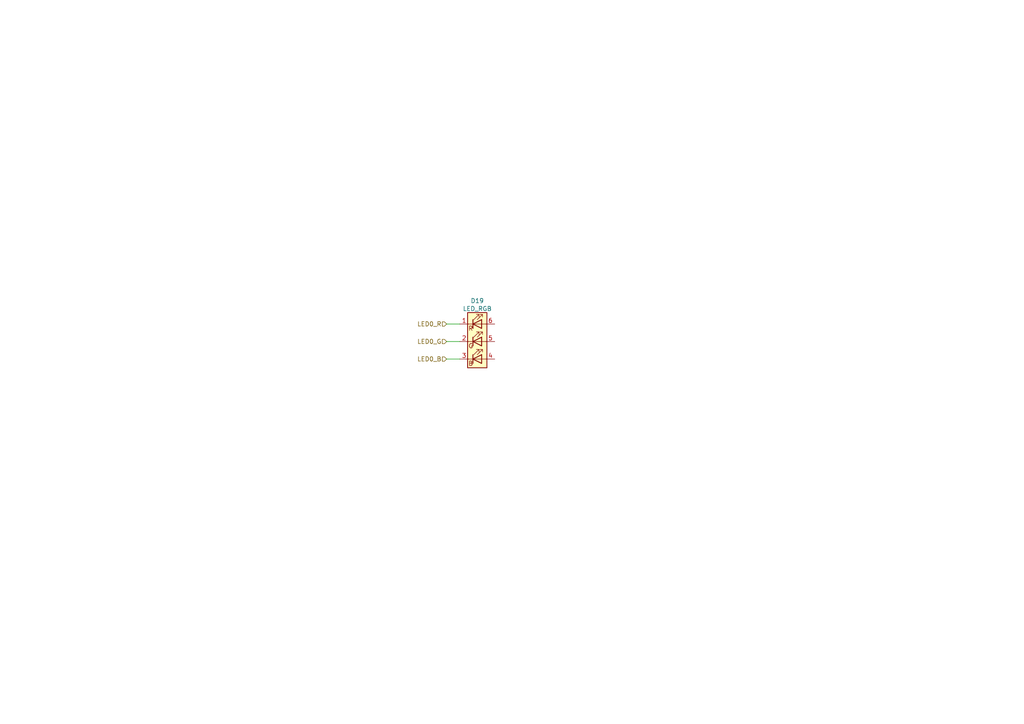
<source format=kicad_sch>
(kicad_sch (version 20210406) (generator eeschema)
  (paper "A4")
  (lib_symbols
    (symbol "Device:LED_RGB" (pin_names (offset 0) hide)
      (property "Reference" "D" (at 0 9.398 0))
      (property "Value" "LED_RGB" (at 0 -8.89 0))
      (symbol "LED_RGB_0_0"
        (text "B" (at -1.905 -6.35 0) (effects (font (size 1.27 1.27))))
        (text "G" (at -1.905 -1.27 0) (effects (font (size 1.27 1.27))))
        (text "R" (at -1.905 3.81 0) (effects (font (size 1.27 1.27))))
      )
      (symbol "LED_RGB_0_1"
        (rectangle (start 1.27 -1.27) (end 1.27 1.27))
        (rectangle (start 1.27 1.27) (end 1.27 1.27))
        (rectangle (start 1.27 3.81) (end 1.27 6.35))
        (rectangle (start 1.27 6.35) (end 1.27 6.35))
        (rectangle (start 2.794 8.382) (end -2.794 -7.62) (stroke (width 0.254)) (fill (type background)))
        (polyline (pts (xy -1.27 -5.08) (xy -2.54 -5.08)))
        (polyline (pts (xy -1.27 -5.08) (xy 1.27 -5.08)))
        (polyline (pts (xy -1.27 -3.81) (xy -1.27 -6.35)) (stroke (width 0.254)))
        (polyline (pts (xy -1.27 0) (xy -2.54 0)))
        (polyline (pts (xy -1.27 1.27) (xy -1.27 -1.27)) (stroke (width 0.254)))
        (polyline (pts (xy -1.27 5.08) (xy -2.54 5.08)))
        (polyline (pts (xy -1.27 5.08) (xy 1.27 5.08)))
        (polyline (pts (xy -1.27 6.35) (xy -1.27 3.81)) (stroke (width 0.254)))
        (polyline (pts (xy 1.27 -5.08) (xy 2.54 -5.08)))
        (polyline (pts (xy 1.27 0) (xy -1.27 0)))
        (polyline (pts (xy 1.27 0) (xy 2.54 0)))
        (polyline (pts (xy 1.27 5.08) (xy 2.54 5.08)))
        (polyline (pts (xy -1.27 1.27) (xy -1.27 -1.27) (xy -1.27 -1.27)))
        (polyline (pts (xy -1.27 6.35) (xy -1.27 3.81) (xy -1.27 3.81)))
        (polyline (pts (xy 1.27 -3.81) (xy 1.27 -6.35) (xy -1.27 -5.08) (xy 1.27 -3.81)) (stroke (width 0.254)))
        (polyline (pts (xy 1.27 1.27) (xy 1.27 -1.27) (xy -1.27 0) (xy 1.27 1.27)) (stroke (width 0.254)))
        (polyline (pts (xy 1.27 6.35) (xy 1.27 3.81) (xy -1.27 5.08) (xy 1.27 6.35)) (stroke (width 0.254)))
        (polyline (pts (xy -1.016 -3.81) (xy 0.508 -2.286) (xy -0.254 -2.286) (xy 0.508 -2.286) (xy 0.508 -3.048)))
        (polyline (pts (xy -1.016 1.27) (xy 0.508 2.794) (xy -0.254 2.794) (xy 0.508 2.794) (xy 0.508 2.032)))
        (polyline (pts (xy -1.016 6.35) (xy 0.508 7.874) (xy -0.254 7.874) (xy 0.508 7.874) (xy 0.508 7.112)))
        (polyline (pts (xy 0 -3.81) (xy 1.524 -2.286) (xy 0.762 -2.286) (xy 1.524 -2.286) (xy 1.524 -3.048)))
        (polyline (pts (xy 0 1.27) (xy 1.524 2.794) (xy 0.762 2.794) (xy 1.524 2.794) (xy 1.524 2.032)))
        (polyline (pts (xy 0 6.35) (xy 1.524 7.874) (xy 0.762 7.874) (xy 1.524 7.874) (xy 1.524 7.112)))
      )
      (symbol "LED_RGB_1_1"
        (pin passive line (at -5.08 5.08 0) (length 2.54) (name "RK") (number "1"))
        (pin passive line (at -5.08 0 0) (length 2.54) (name "GK") (number "2"))
        (pin passive line (at -5.08 -5.08 0) (length 2.54) (name "BK") (number "3"))
        (pin passive line (at 5.08 -5.08 180) (length 2.54) (name "BA") (number "4"))
        (pin passive line (at 5.08 0 180) (length 2.54) (name "GA") (number "5"))
        (pin passive line (at 5.08 5.08 180) (length 2.54) (name "RA") (number "6"))
      )
    )
  )
  (wire (pts (xy 129.54 93.98) (xy 133.35 93.98)))
  (wire (pts (xy 129.54 99.06) (xy 133.35 99.06)))
  (wire (pts (xy 129.54 104.14) (xy 133.35 104.14)))
  (hierarchical_label "LED0_R" (shape input) (at 129.54 93.98 180))
  (hierarchical_label "LED0_G" (shape input) (at 129.54 99.06 180))
  (hierarchical_label "LED0_B" (shape input) (at 129.54 104.14 180))
  (symbol (lib_id "Device:LED_RGB") (at 138.43 99.06 0) (unit 1)
    (property "Reference" "D19" (at 138.43 87.2448 0))
    (property "Value" "LED_RGB" (at 138.43 89.5435 0))
    (property "Footprint" "LED_SMD:LED_RGB_5050-6" (effects hide))
  )
)
</source>
